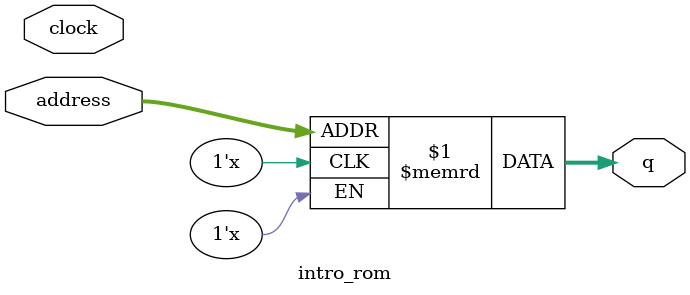
<source format=sv>
module intro_rom (
	input logic clock,
	input logic [14:0] address,
	output logic [3:0] q
);

logic [3:0] memory [0:17499] /* synthesis ram_init_file = "./intro/intro.mif" */;


	assign q = memory[address];


endmodule

</source>
